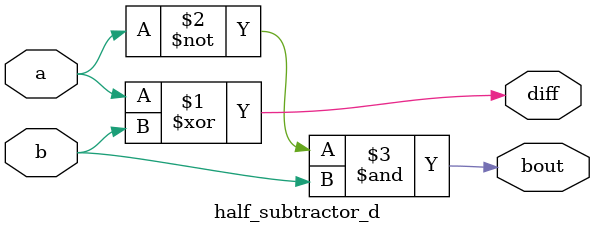
<source format=v>
module half_subtractor_d(a,b,diff,bout);

	input a,b;
	output diff,bout;

	assign {bout,diff} = {(~a)&b,a^b};
endmodule

</source>
